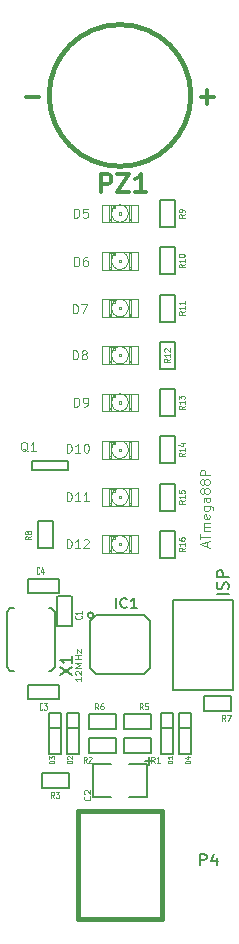
<source format=gto>
G04 (created by PCBNEW (2013-mar-13)-testing) date Sun 16 Jun 2013 12:52:20 AM NZST*
%MOIN*%
G04 Gerber Fmt 3.4, Leading zero omitted, Abs format*
%FSLAX34Y34*%
G01*
G70*
G90*
G04 APERTURE LIST*
%ADD10C,0.005906*%
%ADD11C,0.007874*%
%ADD12C,0.008000*%
%ADD13C,0.005000*%
%ADD14C,0.015000*%
%ADD15C,0.002600*%
%ADD16C,0.004000*%
%ADD17C,0.003937*%
%ADD18C,0.003900*%
%ADD19C,0.012000*%
%ADD20C,0.004500*%
%ADD21C,0.004724*%
%ADD22C,0.004921*%
%ADD23C,0.004300*%
%ADD24C,0.003500*%
G04 APERTURE END LIST*
G54D10*
G54D11*
X30610Y-38976D02*
G75*
G03X30610Y-38976I-98J0D01*
G74*
G01*
X30708Y-38976D02*
X32283Y-38976D01*
X32283Y-38976D02*
X32480Y-39173D01*
X32480Y-39173D02*
X32480Y-40748D01*
X32480Y-40748D02*
X32283Y-40944D01*
X32283Y-40944D02*
X30708Y-40944D01*
X30708Y-40944D02*
X30511Y-40748D01*
X30511Y-40748D02*
X30511Y-39173D01*
X30511Y-39173D02*
X30708Y-38976D01*
G54D12*
X35251Y-38460D02*
X35251Y-41460D01*
X33251Y-41460D02*
X33251Y-38460D01*
X33251Y-38460D02*
X35251Y-38460D01*
X35251Y-41460D02*
X33251Y-41460D01*
G54D13*
X29881Y-39350D02*
X29881Y-38346D01*
X29409Y-38326D02*
X29409Y-39350D01*
X29409Y-39350D02*
X29881Y-39350D01*
X29413Y-38337D02*
X29873Y-38337D01*
X29449Y-41299D02*
X28445Y-41299D01*
X28425Y-41771D02*
X29449Y-41771D01*
X29449Y-41771D02*
X29449Y-41299D01*
X28436Y-41767D02*
X28436Y-41307D01*
X29449Y-37756D02*
X28445Y-37756D01*
X28425Y-38228D02*
X29449Y-38228D01*
X29449Y-38228D02*
X29449Y-37756D01*
X28436Y-38224D02*
X28436Y-37764D01*
G54D14*
X32894Y-45492D02*
X30098Y-45492D01*
X30098Y-45492D02*
X30098Y-49114D01*
X30098Y-49114D02*
X32894Y-49114D01*
X32894Y-49114D02*
X32894Y-45492D01*
X33858Y-21653D02*
G75*
G03X33858Y-21653I-2362J0D01*
G74*
G01*
G54D13*
X32536Y-43557D02*
X31636Y-43557D01*
X31636Y-43557D02*
X31636Y-43057D01*
X31636Y-43057D02*
X32536Y-43057D01*
X32536Y-43057D02*
X32536Y-43557D01*
X30455Y-43057D02*
X31355Y-43057D01*
X31355Y-43057D02*
X31355Y-43557D01*
X31355Y-43557D02*
X30455Y-43557D01*
X30455Y-43557D02*
X30455Y-43057D01*
X29780Y-44738D02*
X28880Y-44738D01*
X28880Y-44738D02*
X28880Y-44238D01*
X28880Y-44238D02*
X29780Y-44238D01*
X29780Y-44238D02*
X29780Y-44738D01*
X31636Y-42269D02*
X32536Y-42269D01*
X32536Y-42269D02*
X32536Y-42769D01*
X32536Y-42769D02*
X31636Y-42769D01*
X31636Y-42769D02*
X31636Y-42269D01*
X31355Y-42769D02*
X30455Y-42769D01*
X30455Y-42769D02*
X30455Y-42269D01*
X30455Y-42269D02*
X31355Y-42269D01*
X31355Y-42269D02*
X31355Y-42769D01*
X34294Y-41659D02*
X35194Y-41659D01*
X35194Y-41659D02*
X35194Y-42159D01*
X35194Y-42159D02*
X34294Y-42159D01*
X34294Y-42159D02*
X34294Y-41659D01*
X29265Y-35849D02*
X29265Y-36749D01*
X29265Y-36749D02*
X28765Y-36749D01*
X28765Y-36749D02*
X28765Y-35849D01*
X28765Y-35849D02*
X29265Y-35849D01*
X33320Y-25140D02*
X33320Y-26040D01*
X33320Y-26040D02*
X32820Y-26040D01*
X32820Y-26040D02*
X32820Y-25140D01*
X32820Y-25140D02*
X33320Y-25140D01*
X33320Y-26715D02*
X33320Y-27615D01*
X33320Y-27615D02*
X32820Y-27615D01*
X32820Y-27615D02*
X32820Y-26715D01*
X32820Y-26715D02*
X33320Y-26715D01*
X33320Y-28290D02*
X33320Y-29190D01*
X33320Y-29190D02*
X32820Y-29190D01*
X32820Y-29190D02*
X32820Y-28290D01*
X32820Y-28290D02*
X33320Y-28290D01*
X33320Y-29864D02*
X33320Y-30764D01*
X33320Y-30764D02*
X32820Y-30764D01*
X32820Y-30764D02*
X32820Y-29864D01*
X32820Y-29864D02*
X33320Y-29864D01*
X33320Y-31439D02*
X33320Y-32339D01*
X33320Y-32339D02*
X32820Y-32339D01*
X32820Y-32339D02*
X32820Y-31439D01*
X32820Y-31439D02*
X33320Y-31439D01*
X33320Y-33014D02*
X33320Y-33914D01*
X33320Y-33914D02*
X32820Y-33914D01*
X32820Y-33914D02*
X32820Y-33014D01*
X32820Y-33014D02*
X33320Y-33014D01*
X33320Y-34589D02*
X33320Y-35489D01*
X33320Y-35489D02*
X32820Y-35489D01*
X32820Y-35489D02*
X32820Y-34589D01*
X32820Y-34589D02*
X33320Y-34589D01*
X33320Y-36164D02*
X33320Y-37064D01*
X33320Y-37064D02*
X32820Y-37064D01*
X32820Y-37064D02*
X32820Y-36164D01*
X32820Y-36164D02*
X33320Y-36164D01*
G54D10*
X27834Y-40826D02*
X27952Y-40826D01*
X27834Y-38740D02*
X27952Y-38740D01*
X29212Y-38740D02*
X29133Y-38740D01*
X29212Y-40826D02*
X29133Y-40826D01*
X29212Y-38740D02*
X29330Y-38858D01*
X29330Y-38858D02*
X29330Y-40708D01*
X29330Y-40708D02*
X29212Y-40826D01*
X27834Y-40826D02*
X27716Y-40708D01*
X27716Y-40708D02*
X27716Y-38858D01*
X27716Y-38858D02*
X27834Y-38740D01*
G54D13*
X29773Y-34126D02*
X28573Y-34126D01*
X28573Y-34126D02*
X28573Y-33826D01*
X28573Y-33826D02*
X29773Y-33826D01*
X29773Y-33826D02*
X29773Y-34126D01*
X32466Y-43718D02*
X32466Y-43988D01*
X32316Y-43848D02*
X32596Y-43848D01*
X32466Y-43748D02*
X32466Y-43718D01*
X31196Y-43938D02*
X30596Y-43938D01*
X30596Y-43938D02*
X30596Y-45038D01*
X30596Y-45038D02*
X31196Y-45038D01*
X31796Y-45038D02*
X32396Y-45038D01*
X32396Y-45038D02*
X32396Y-43938D01*
X32396Y-43938D02*
X31796Y-43938D01*
X29721Y-42753D02*
X30121Y-42753D01*
X29721Y-43613D02*
X29721Y-42233D01*
X29721Y-42233D02*
X30121Y-42233D01*
X30121Y-42233D02*
X30121Y-43613D01*
X30121Y-43613D02*
X29721Y-43613D01*
X29130Y-42753D02*
X29530Y-42753D01*
X29130Y-43613D02*
X29130Y-42233D01*
X29130Y-42233D02*
X29530Y-42233D01*
X29530Y-42233D02*
X29530Y-43613D01*
X29530Y-43613D02*
X29130Y-43613D01*
X32870Y-42753D02*
X33270Y-42753D01*
X32870Y-43613D02*
X32870Y-42233D01*
X32870Y-42233D02*
X33270Y-42233D01*
X33270Y-42233D02*
X33270Y-43613D01*
X33270Y-43613D02*
X32870Y-43613D01*
X33461Y-42753D02*
X33861Y-42753D01*
X33461Y-43613D02*
X33461Y-42233D01*
X33461Y-42233D02*
X33861Y-42233D01*
X33861Y-42233D02*
X33861Y-43613D01*
X33861Y-43613D02*
X33461Y-43613D01*
G54D15*
X31535Y-36575D02*
X31457Y-36575D01*
X31457Y-36575D02*
X31457Y-36653D01*
X31535Y-36653D02*
X31457Y-36653D01*
X31535Y-36575D02*
X31535Y-36653D01*
X31319Y-36339D02*
X31182Y-36339D01*
X31182Y-36339D02*
X31182Y-36437D01*
X31319Y-36437D02*
X31182Y-36437D01*
X31319Y-36339D02*
X31319Y-36437D01*
X31182Y-36339D02*
X31142Y-36339D01*
X31142Y-36339D02*
X31142Y-36810D01*
X31182Y-36810D02*
X31142Y-36810D01*
X31182Y-36339D02*
X31182Y-36810D01*
X31182Y-36830D02*
X31142Y-36830D01*
X31142Y-36830D02*
X31142Y-36889D01*
X31182Y-36889D02*
X31142Y-36889D01*
X31182Y-36830D02*
X31182Y-36889D01*
X31850Y-36339D02*
X31810Y-36339D01*
X31810Y-36339D02*
X31810Y-36810D01*
X31850Y-36810D02*
X31810Y-36810D01*
X31850Y-36339D02*
X31850Y-36810D01*
X31850Y-36830D02*
X31810Y-36830D01*
X31810Y-36830D02*
X31810Y-36889D01*
X31850Y-36889D02*
X31810Y-36889D01*
X31850Y-36830D02*
X31850Y-36889D01*
X31319Y-36339D02*
X31260Y-36339D01*
X31260Y-36339D02*
X31260Y-36437D01*
X31319Y-36437D02*
X31260Y-36437D01*
X31319Y-36339D02*
X31319Y-36437D01*
G54D16*
X30886Y-36319D02*
X32106Y-36319D01*
X32106Y-36319D02*
X32106Y-36909D01*
X32106Y-36909D02*
X30886Y-36909D01*
X30886Y-36909D02*
X30886Y-36319D01*
X31711Y-36417D02*
G75*
G03X31280Y-36418I-215J-196D01*
G74*
G01*
X31711Y-36810D02*
G75*
G03X31712Y-36418I-215J196D01*
G74*
G01*
X31280Y-36810D02*
G75*
G03X31712Y-36810I215J196D01*
G74*
G01*
X31280Y-36417D02*
G75*
G03X31280Y-36810I215J-196D01*
G74*
G01*
G54D15*
X31535Y-35000D02*
X31457Y-35000D01*
X31457Y-35000D02*
X31457Y-35078D01*
X31535Y-35078D02*
X31457Y-35078D01*
X31535Y-35000D02*
X31535Y-35078D01*
X31319Y-34764D02*
X31182Y-34764D01*
X31182Y-34764D02*
X31182Y-34862D01*
X31319Y-34862D02*
X31182Y-34862D01*
X31319Y-34764D02*
X31319Y-34862D01*
X31182Y-34764D02*
X31142Y-34764D01*
X31142Y-34764D02*
X31142Y-35235D01*
X31182Y-35235D02*
X31142Y-35235D01*
X31182Y-34764D02*
X31182Y-35235D01*
X31182Y-35255D02*
X31142Y-35255D01*
X31142Y-35255D02*
X31142Y-35314D01*
X31182Y-35314D02*
X31142Y-35314D01*
X31182Y-35255D02*
X31182Y-35314D01*
X31850Y-34764D02*
X31810Y-34764D01*
X31810Y-34764D02*
X31810Y-35235D01*
X31850Y-35235D02*
X31810Y-35235D01*
X31850Y-34764D02*
X31850Y-35235D01*
X31850Y-35255D02*
X31810Y-35255D01*
X31810Y-35255D02*
X31810Y-35314D01*
X31850Y-35314D02*
X31810Y-35314D01*
X31850Y-35255D02*
X31850Y-35314D01*
X31319Y-34764D02*
X31260Y-34764D01*
X31260Y-34764D02*
X31260Y-34862D01*
X31319Y-34862D02*
X31260Y-34862D01*
X31319Y-34764D02*
X31319Y-34862D01*
G54D16*
X30886Y-34744D02*
X32106Y-34744D01*
X32106Y-34744D02*
X32106Y-35334D01*
X32106Y-35334D02*
X30886Y-35334D01*
X30886Y-35334D02*
X30886Y-34744D01*
X31711Y-34842D02*
G75*
G03X31280Y-34843I-215J-196D01*
G74*
G01*
X31711Y-35235D02*
G75*
G03X31712Y-34843I-215J196D01*
G74*
G01*
X31280Y-35235D02*
G75*
G03X31712Y-35235I215J196D01*
G74*
G01*
X31280Y-34843D02*
G75*
G03X31280Y-35235I215J-196D01*
G74*
G01*
G54D15*
X31535Y-33425D02*
X31457Y-33425D01*
X31457Y-33425D02*
X31457Y-33503D01*
X31535Y-33503D02*
X31457Y-33503D01*
X31535Y-33425D02*
X31535Y-33503D01*
X31319Y-33189D02*
X31182Y-33189D01*
X31182Y-33189D02*
X31182Y-33287D01*
X31319Y-33287D02*
X31182Y-33287D01*
X31319Y-33189D02*
X31319Y-33287D01*
X31182Y-33189D02*
X31142Y-33189D01*
X31142Y-33189D02*
X31142Y-33660D01*
X31182Y-33660D02*
X31142Y-33660D01*
X31182Y-33189D02*
X31182Y-33660D01*
X31182Y-33680D02*
X31142Y-33680D01*
X31142Y-33680D02*
X31142Y-33739D01*
X31182Y-33739D02*
X31142Y-33739D01*
X31182Y-33680D02*
X31182Y-33739D01*
X31850Y-33189D02*
X31810Y-33189D01*
X31810Y-33189D02*
X31810Y-33660D01*
X31850Y-33660D02*
X31810Y-33660D01*
X31850Y-33189D02*
X31850Y-33660D01*
X31850Y-33680D02*
X31810Y-33680D01*
X31810Y-33680D02*
X31810Y-33739D01*
X31850Y-33739D02*
X31810Y-33739D01*
X31850Y-33680D02*
X31850Y-33739D01*
X31319Y-33189D02*
X31260Y-33189D01*
X31260Y-33189D02*
X31260Y-33287D01*
X31319Y-33287D02*
X31260Y-33287D01*
X31319Y-33189D02*
X31319Y-33287D01*
G54D16*
X30886Y-33169D02*
X32106Y-33169D01*
X32106Y-33169D02*
X32106Y-33759D01*
X32106Y-33759D02*
X30886Y-33759D01*
X30886Y-33759D02*
X30886Y-33169D01*
X31711Y-33267D02*
G75*
G03X31280Y-33268I-215J-196D01*
G74*
G01*
X31711Y-33660D02*
G75*
G03X31712Y-33268I-215J196D01*
G74*
G01*
X31280Y-33661D02*
G75*
G03X31712Y-33660I215J196D01*
G74*
G01*
X31280Y-33268D02*
G75*
G03X31280Y-33660I215J-196D01*
G74*
G01*
G54D15*
X31535Y-31850D02*
X31457Y-31850D01*
X31457Y-31850D02*
X31457Y-31928D01*
X31535Y-31928D02*
X31457Y-31928D01*
X31535Y-31850D02*
X31535Y-31928D01*
X31319Y-31614D02*
X31182Y-31614D01*
X31182Y-31614D02*
X31182Y-31712D01*
X31319Y-31712D02*
X31182Y-31712D01*
X31319Y-31614D02*
X31319Y-31712D01*
X31182Y-31614D02*
X31142Y-31614D01*
X31142Y-31614D02*
X31142Y-32085D01*
X31182Y-32085D02*
X31142Y-32085D01*
X31182Y-31614D02*
X31182Y-32085D01*
X31182Y-32105D02*
X31142Y-32105D01*
X31142Y-32105D02*
X31142Y-32164D01*
X31182Y-32164D02*
X31142Y-32164D01*
X31182Y-32105D02*
X31182Y-32164D01*
X31850Y-31614D02*
X31810Y-31614D01*
X31810Y-31614D02*
X31810Y-32085D01*
X31850Y-32085D02*
X31810Y-32085D01*
X31850Y-31614D02*
X31850Y-32085D01*
X31850Y-32105D02*
X31810Y-32105D01*
X31810Y-32105D02*
X31810Y-32164D01*
X31850Y-32164D02*
X31810Y-32164D01*
X31850Y-32105D02*
X31850Y-32164D01*
X31319Y-31614D02*
X31260Y-31614D01*
X31260Y-31614D02*
X31260Y-31712D01*
X31319Y-31712D02*
X31260Y-31712D01*
X31319Y-31614D02*
X31319Y-31712D01*
G54D16*
X30886Y-31594D02*
X32106Y-31594D01*
X32106Y-31594D02*
X32106Y-32184D01*
X32106Y-32184D02*
X30886Y-32184D01*
X30886Y-32184D02*
X30886Y-31594D01*
X31711Y-31693D02*
G75*
G03X31280Y-31693I-215J-196D01*
G74*
G01*
X31711Y-32085D02*
G75*
G03X31712Y-31693I-215J196D01*
G74*
G01*
X31280Y-32086D02*
G75*
G03X31712Y-32085I215J196D01*
G74*
G01*
X31280Y-31693D02*
G75*
G03X31280Y-32085I215J-196D01*
G74*
G01*
G54D15*
X31535Y-30275D02*
X31457Y-30275D01*
X31457Y-30275D02*
X31457Y-30353D01*
X31535Y-30353D02*
X31457Y-30353D01*
X31535Y-30275D02*
X31535Y-30353D01*
X31319Y-30039D02*
X31182Y-30039D01*
X31182Y-30039D02*
X31182Y-30137D01*
X31319Y-30137D02*
X31182Y-30137D01*
X31319Y-30039D02*
X31319Y-30137D01*
X31182Y-30039D02*
X31142Y-30039D01*
X31142Y-30039D02*
X31142Y-30510D01*
X31182Y-30510D02*
X31142Y-30510D01*
X31182Y-30039D02*
X31182Y-30510D01*
X31182Y-30530D02*
X31142Y-30530D01*
X31142Y-30530D02*
X31142Y-30589D01*
X31182Y-30589D02*
X31142Y-30589D01*
X31182Y-30530D02*
X31182Y-30589D01*
X31850Y-30039D02*
X31810Y-30039D01*
X31810Y-30039D02*
X31810Y-30510D01*
X31850Y-30510D02*
X31810Y-30510D01*
X31850Y-30039D02*
X31850Y-30510D01*
X31850Y-30530D02*
X31810Y-30530D01*
X31810Y-30530D02*
X31810Y-30589D01*
X31850Y-30589D02*
X31810Y-30589D01*
X31850Y-30530D02*
X31850Y-30589D01*
X31319Y-30039D02*
X31260Y-30039D01*
X31260Y-30039D02*
X31260Y-30137D01*
X31319Y-30137D02*
X31260Y-30137D01*
X31319Y-30039D02*
X31319Y-30137D01*
G54D16*
X30886Y-30019D02*
X32106Y-30019D01*
X32106Y-30019D02*
X32106Y-30609D01*
X32106Y-30609D02*
X30886Y-30609D01*
X30886Y-30609D02*
X30886Y-30019D01*
X31711Y-30118D02*
G75*
G03X31280Y-30118I-215J-196D01*
G74*
G01*
X31711Y-30511D02*
G75*
G03X31712Y-30118I-215J196D01*
G74*
G01*
X31280Y-30511D02*
G75*
G03X31712Y-30510I215J196D01*
G74*
G01*
X31280Y-30118D02*
G75*
G03X31280Y-30510I215J-196D01*
G74*
G01*
G54D15*
X31535Y-28701D02*
X31457Y-28701D01*
X31457Y-28701D02*
X31457Y-28779D01*
X31535Y-28779D02*
X31457Y-28779D01*
X31535Y-28701D02*
X31535Y-28779D01*
X31319Y-28465D02*
X31182Y-28465D01*
X31182Y-28465D02*
X31182Y-28563D01*
X31319Y-28563D02*
X31182Y-28563D01*
X31319Y-28465D02*
X31319Y-28563D01*
X31182Y-28465D02*
X31142Y-28465D01*
X31142Y-28465D02*
X31142Y-28936D01*
X31182Y-28936D02*
X31142Y-28936D01*
X31182Y-28465D02*
X31182Y-28936D01*
X31182Y-28956D02*
X31142Y-28956D01*
X31142Y-28956D02*
X31142Y-29015D01*
X31182Y-29015D02*
X31142Y-29015D01*
X31182Y-28956D02*
X31182Y-29015D01*
X31850Y-28465D02*
X31810Y-28465D01*
X31810Y-28465D02*
X31810Y-28936D01*
X31850Y-28936D02*
X31810Y-28936D01*
X31850Y-28465D02*
X31850Y-28936D01*
X31850Y-28956D02*
X31810Y-28956D01*
X31810Y-28956D02*
X31810Y-29015D01*
X31850Y-29015D02*
X31810Y-29015D01*
X31850Y-28956D02*
X31850Y-29015D01*
X31319Y-28465D02*
X31260Y-28465D01*
X31260Y-28465D02*
X31260Y-28563D01*
X31319Y-28563D02*
X31260Y-28563D01*
X31319Y-28465D02*
X31319Y-28563D01*
G54D16*
X30886Y-28445D02*
X32106Y-28445D01*
X32106Y-28445D02*
X32106Y-29035D01*
X32106Y-29035D02*
X30886Y-29035D01*
X30886Y-29035D02*
X30886Y-28445D01*
X31711Y-28543D02*
G75*
G03X31280Y-28544I-215J-196D01*
G74*
G01*
X31711Y-28936D02*
G75*
G03X31712Y-28544I-215J196D01*
G74*
G01*
X31280Y-28936D02*
G75*
G03X31712Y-28936I215J196D01*
G74*
G01*
X31280Y-28543D02*
G75*
G03X31280Y-28936I215J-196D01*
G74*
G01*
G54D15*
X31535Y-27126D02*
X31457Y-27126D01*
X31457Y-27126D02*
X31457Y-27204D01*
X31535Y-27204D02*
X31457Y-27204D01*
X31535Y-27126D02*
X31535Y-27204D01*
X31319Y-26890D02*
X31182Y-26890D01*
X31182Y-26890D02*
X31182Y-26988D01*
X31319Y-26988D02*
X31182Y-26988D01*
X31319Y-26890D02*
X31319Y-26988D01*
X31182Y-26890D02*
X31142Y-26890D01*
X31142Y-26890D02*
X31142Y-27361D01*
X31182Y-27361D02*
X31142Y-27361D01*
X31182Y-26890D02*
X31182Y-27361D01*
X31182Y-27381D02*
X31142Y-27381D01*
X31142Y-27381D02*
X31142Y-27440D01*
X31182Y-27440D02*
X31142Y-27440D01*
X31182Y-27381D02*
X31182Y-27440D01*
X31850Y-26890D02*
X31810Y-26890D01*
X31810Y-26890D02*
X31810Y-27361D01*
X31850Y-27361D02*
X31810Y-27361D01*
X31850Y-26890D02*
X31850Y-27361D01*
X31850Y-27381D02*
X31810Y-27381D01*
X31810Y-27381D02*
X31810Y-27440D01*
X31850Y-27440D02*
X31810Y-27440D01*
X31850Y-27381D02*
X31850Y-27440D01*
X31319Y-26890D02*
X31260Y-26890D01*
X31260Y-26890D02*
X31260Y-26988D01*
X31319Y-26988D02*
X31260Y-26988D01*
X31319Y-26890D02*
X31319Y-26988D01*
G54D16*
X30886Y-26870D02*
X32106Y-26870D01*
X32106Y-26870D02*
X32106Y-27460D01*
X32106Y-27460D02*
X30886Y-27460D01*
X30886Y-27460D02*
X30886Y-26870D01*
X31711Y-26968D02*
G75*
G03X31280Y-26969I-215J-196D01*
G74*
G01*
X31711Y-27361D02*
G75*
G03X31712Y-26969I-215J196D01*
G74*
G01*
X31280Y-27361D02*
G75*
G03X31712Y-27361I215J196D01*
G74*
G01*
X31280Y-26969D02*
G75*
G03X31280Y-27361I215J-196D01*
G74*
G01*
G54D15*
X31535Y-25551D02*
X31457Y-25551D01*
X31457Y-25551D02*
X31457Y-25629D01*
X31535Y-25629D02*
X31457Y-25629D01*
X31535Y-25551D02*
X31535Y-25629D01*
X31319Y-25315D02*
X31182Y-25315D01*
X31182Y-25315D02*
X31182Y-25413D01*
X31319Y-25413D02*
X31182Y-25413D01*
X31319Y-25315D02*
X31319Y-25413D01*
X31182Y-25315D02*
X31142Y-25315D01*
X31142Y-25315D02*
X31142Y-25786D01*
X31182Y-25786D02*
X31142Y-25786D01*
X31182Y-25315D02*
X31182Y-25786D01*
X31182Y-25806D02*
X31142Y-25806D01*
X31142Y-25806D02*
X31142Y-25865D01*
X31182Y-25865D02*
X31142Y-25865D01*
X31182Y-25806D02*
X31182Y-25865D01*
X31850Y-25315D02*
X31810Y-25315D01*
X31810Y-25315D02*
X31810Y-25786D01*
X31850Y-25786D02*
X31810Y-25786D01*
X31850Y-25315D02*
X31850Y-25786D01*
X31850Y-25806D02*
X31810Y-25806D01*
X31810Y-25806D02*
X31810Y-25865D01*
X31850Y-25865D02*
X31810Y-25865D01*
X31850Y-25806D02*
X31850Y-25865D01*
X31319Y-25315D02*
X31260Y-25315D01*
X31260Y-25315D02*
X31260Y-25413D01*
X31319Y-25413D02*
X31260Y-25413D01*
X31319Y-25315D02*
X31319Y-25413D01*
G54D16*
X30886Y-25295D02*
X32106Y-25295D01*
X32106Y-25295D02*
X32106Y-25885D01*
X32106Y-25885D02*
X30886Y-25885D01*
X30886Y-25885D02*
X30886Y-25295D01*
X31711Y-25393D02*
G75*
G03X31280Y-25394I-215J-196D01*
G74*
G01*
X31711Y-25786D02*
G75*
G03X31712Y-25394I-215J196D01*
G74*
G01*
X31280Y-25787D02*
G75*
G03X31712Y-25786I215J196D01*
G74*
G01*
X31280Y-25394D02*
G75*
G03X31280Y-25786I215J-196D01*
G74*
G01*
G54D11*
X31347Y-38725D02*
X31347Y-38410D01*
X31718Y-38695D02*
X31701Y-38710D01*
X31650Y-38725D01*
X31616Y-38725D01*
X31566Y-38710D01*
X31532Y-38680D01*
X31515Y-38650D01*
X31498Y-38590D01*
X31498Y-38545D01*
X31515Y-38485D01*
X31532Y-38455D01*
X31566Y-38425D01*
X31616Y-38410D01*
X31650Y-38410D01*
X31701Y-38425D01*
X31718Y-38440D01*
X32055Y-38725D02*
X31853Y-38725D01*
X31954Y-38725D02*
X31954Y-38410D01*
X31920Y-38455D01*
X31886Y-38485D01*
X31853Y-38500D01*
G54D17*
X34402Y-36695D02*
X34402Y-36545D01*
X34492Y-36725D02*
X34177Y-36620D01*
X34492Y-36515D01*
X34177Y-36455D02*
X34177Y-36275D01*
X34492Y-36365D02*
X34177Y-36365D01*
X34492Y-36170D02*
X34282Y-36170D01*
X34312Y-36170D02*
X34297Y-36155D01*
X34282Y-36125D01*
X34282Y-36080D01*
X34297Y-36050D01*
X34327Y-36035D01*
X34492Y-36035D01*
X34327Y-36035D02*
X34297Y-36020D01*
X34282Y-35990D01*
X34282Y-35945D01*
X34297Y-35915D01*
X34327Y-35900D01*
X34492Y-35900D01*
X34477Y-35630D02*
X34492Y-35660D01*
X34492Y-35720D01*
X34477Y-35750D01*
X34447Y-35765D01*
X34327Y-35765D01*
X34297Y-35750D01*
X34282Y-35720D01*
X34282Y-35660D01*
X34297Y-35630D01*
X34327Y-35615D01*
X34357Y-35615D01*
X34387Y-35765D01*
X34282Y-35345D02*
X34537Y-35345D01*
X34567Y-35360D01*
X34582Y-35375D01*
X34597Y-35405D01*
X34597Y-35450D01*
X34582Y-35480D01*
X34477Y-35345D02*
X34492Y-35375D01*
X34492Y-35435D01*
X34477Y-35465D01*
X34462Y-35480D01*
X34432Y-35495D01*
X34342Y-35495D01*
X34312Y-35480D01*
X34297Y-35465D01*
X34282Y-35435D01*
X34282Y-35375D01*
X34297Y-35345D01*
X34492Y-35060D02*
X34327Y-35060D01*
X34297Y-35075D01*
X34282Y-35105D01*
X34282Y-35165D01*
X34297Y-35195D01*
X34477Y-35060D02*
X34492Y-35090D01*
X34492Y-35165D01*
X34477Y-35195D01*
X34447Y-35210D01*
X34417Y-35210D01*
X34387Y-35195D01*
X34372Y-35165D01*
X34372Y-35090D01*
X34357Y-35060D01*
X34312Y-34865D02*
X34297Y-34895D01*
X34282Y-34910D01*
X34252Y-34925D01*
X34237Y-34925D01*
X34207Y-34910D01*
X34192Y-34895D01*
X34177Y-34865D01*
X34177Y-34805D01*
X34192Y-34775D01*
X34207Y-34760D01*
X34237Y-34745D01*
X34252Y-34745D01*
X34282Y-34760D01*
X34297Y-34775D01*
X34312Y-34805D01*
X34312Y-34865D01*
X34327Y-34895D01*
X34342Y-34910D01*
X34372Y-34925D01*
X34432Y-34925D01*
X34462Y-34910D01*
X34477Y-34895D01*
X34492Y-34865D01*
X34492Y-34805D01*
X34477Y-34775D01*
X34462Y-34760D01*
X34432Y-34745D01*
X34372Y-34745D01*
X34342Y-34760D01*
X34327Y-34775D01*
X34312Y-34805D01*
X34312Y-34565D02*
X34297Y-34595D01*
X34282Y-34610D01*
X34252Y-34625D01*
X34237Y-34625D01*
X34207Y-34610D01*
X34192Y-34595D01*
X34177Y-34565D01*
X34177Y-34505D01*
X34192Y-34476D01*
X34207Y-34461D01*
X34237Y-34446D01*
X34252Y-34446D01*
X34282Y-34461D01*
X34297Y-34476D01*
X34312Y-34505D01*
X34312Y-34565D01*
X34327Y-34595D01*
X34342Y-34610D01*
X34372Y-34625D01*
X34432Y-34625D01*
X34462Y-34610D01*
X34477Y-34595D01*
X34492Y-34565D01*
X34492Y-34505D01*
X34477Y-34476D01*
X34462Y-34461D01*
X34432Y-34446D01*
X34372Y-34446D01*
X34342Y-34461D01*
X34327Y-34476D01*
X34312Y-34505D01*
X34492Y-34311D02*
X34177Y-34311D01*
X34177Y-34191D01*
X34192Y-34161D01*
X34207Y-34146D01*
X34237Y-34131D01*
X34282Y-34131D01*
X34312Y-34146D01*
X34327Y-34161D01*
X34342Y-34191D01*
X34342Y-34311D01*
G54D12*
X35121Y-38284D02*
X34721Y-38284D01*
X35102Y-38112D02*
X35121Y-38055D01*
X35121Y-37960D01*
X35102Y-37922D01*
X35083Y-37903D01*
X35045Y-37884D01*
X35007Y-37884D01*
X34969Y-37903D01*
X34950Y-37922D01*
X34931Y-37960D01*
X34912Y-38036D01*
X34893Y-38074D01*
X34874Y-38093D01*
X34836Y-38112D01*
X34798Y-38112D01*
X34759Y-38093D01*
X34740Y-38074D01*
X34721Y-38036D01*
X34721Y-37941D01*
X34740Y-37884D01*
X35121Y-37712D02*
X34721Y-37712D01*
X34721Y-37560D01*
X34740Y-37522D01*
X34759Y-37503D01*
X34798Y-37484D01*
X34855Y-37484D01*
X34893Y-37503D01*
X34912Y-37522D01*
X34931Y-37560D01*
X34931Y-37712D01*
G54D18*
X30204Y-39002D02*
X30215Y-39010D01*
X30227Y-39032D01*
X30227Y-39047D01*
X30215Y-39069D01*
X30192Y-39084D01*
X30169Y-39092D01*
X30123Y-39099D01*
X30089Y-39099D01*
X30043Y-39092D01*
X30020Y-39084D01*
X29997Y-39069D01*
X29986Y-39047D01*
X29986Y-39032D01*
X29997Y-39010D01*
X30009Y-39002D01*
X30227Y-38853D02*
X30227Y-38942D01*
X30227Y-38897D02*
X29986Y-38897D01*
X30020Y-38912D01*
X30043Y-38927D01*
X30054Y-38942D01*
X28910Y-42113D02*
X28903Y-42125D01*
X28880Y-42136D01*
X28865Y-42136D01*
X28843Y-42125D01*
X28828Y-42102D01*
X28821Y-42079D01*
X28813Y-42033D01*
X28813Y-41998D01*
X28821Y-41952D01*
X28828Y-41930D01*
X28843Y-41907D01*
X28865Y-41895D01*
X28880Y-41895D01*
X28903Y-41907D01*
X28910Y-41918D01*
X28963Y-41895D02*
X29060Y-41895D01*
X29008Y-41987D01*
X29030Y-41987D01*
X29045Y-41998D01*
X29052Y-42010D01*
X29060Y-42033D01*
X29060Y-42090D01*
X29052Y-42113D01*
X29045Y-42125D01*
X29030Y-42136D01*
X28985Y-42136D01*
X28970Y-42125D01*
X28963Y-42113D01*
X28812Y-37586D02*
X28804Y-37597D01*
X28782Y-37609D01*
X28767Y-37609D01*
X28745Y-37597D01*
X28730Y-37574D01*
X28722Y-37551D01*
X28715Y-37505D01*
X28715Y-37471D01*
X28722Y-37425D01*
X28730Y-37402D01*
X28745Y-37379D01*
X28767Y-37368D01*
X28782Y-37368D01*
X28804Y-37379D01*
X28812Y-37390D01*
X28946Y-37448D02*
X28946Y-37609D01*
X28909Y-37356D02*
X28872Y-37528D01*
X28969Y-37528D01*
G54D11*
X34158Y-47305D02*
X34158Y-46951D01*
X34308Y-46951D01*
X34345Y-46968D01*
X34364Y-46985D01*
X34383Y-47019D01*
X34383Y-47069D01*
X34364Y-47103D01*
X34345Y-47120D01*
X34308Y-47137D01*
X34158Y-47137D01*
X34720Y-47069D02*
X34720Y-47305D01*
X34626Y-46934D02*
X34533Y-47187D01*
X34776Y-47187D01*
G54D19*
X30865Y-24877D02*
X30865Y-24277D01*
X31094Y-24277D01*
X31151Y-24306D01*
X31180Y-24334D01*
X31208Y-24392D01*
X31208Y-24477D01*
X31180Y-24534D01*
X31151Y-24563D01*
X31094Y-24592D01*
X30865Y-24592D01*
X31408Y-24277D02*
X31808Y-24277D01*
X31408Y-24877D01*
X31808Y-24877D01*
X32351Y-24877D02*
X32008Y-24877D01*
X32180Y-24877D02*
X32180Y-24277D01*
X32123Y-24363D01*
X32065Y-24420D01*
X32008Y-24449D01*
X28354Y-21696D02*
X28811Y-21696D01*
X34180Y-21696D02*
X34637Y-21696D01*
X34409Y-21924D02*
X34409Y-21467D01*
G54D20*
X32647Y-43889D02*
X32587Y-43794D01*
X32544Y-43889D02*
X32544Y-43689D01*
X32612Y-43689D01*
X32630Y-43699D01*
X32638Y-43708D01*
X32647Y-43727D01*
X32647Y-43756D01*
X32638Y-43775D01*
X32630Y-43784D01*
X32612Y-43794D01*
X32544Y-43794D01*
X32818Y-43889D02*
X32715Y-43889D01*
X32767Y-43889D02*
X32767Y-43689D01*
X32750Y-43718D01*
X32732Y-43737D01*
X32715Y-43746D01*
X30383Y-43889D02*
X30323Y-43794D01*
X30280Y-43889D02*
X30280Y-43689D01*
X30349Y-43689D01*
X30366Y-43699D01*
X30374Y-43708D01*
X30383Y-43727D01*
X30383Y-43756D01*
X30374Y-43775D01*
X30366Y-43784D01*
X30349Y-43794D01*
X30280Y-43794D01*
X30451Y-43708D02*
X30460Y-43699D01*
X30477Y-43689D01*
X30520Y-43689D01*
X30537Y-43699D01*
X30546Y-43708D01*
X30554Y-43727D01*
X30554Y-43746D01*
X30546Y-43775D01*
X30443Y-43889D01*
X30554Y-43889D01*
X29300Y-45070D02*
X29240Y-44975D01*
X29197Y-45070D02*
X29197Y-44870D01*
X29266Y-44870D01*
X29283Y-44880D01*
X29292Y-44889D01*
X29300Y-44908D01*
X29300Y-44937D01*
X29292Y-44956D01*
X29283Y-44966D01*
X29266Y-44975D01*
X29197Y-44975D01*
X29360Y-44870D02*
X29472Y-44870D01*
X29412Y-44946D01*
X29437Y-44946D01*
X29454Y-44956D01*
X29463Y-44966D01*
X29472Y-44985D01*
X29472Y-45032D01*
X29463Y-45051D01*
X29454Y-45061D01*
X29437Y-45070D01*
X29386Y-45070D01*
X29369Y-45061D01*
X29360Y-45051D01*
X32253Y-42118D02*
X32193Y-42022D01*
X32150Y-42118D02*
X32150Y-41918D01*
X32219Y-41918D01*
X32236Y-41927D01*
X32244Y-41937D01*
X32253Y-41956D01*
X32253Y-41984D01*
X32244Y-42003D01*
X32236Y-42013D01*
X32219Y-42022D01*
X32150Y-42022D01*
X32416Y-41918D02*
X32330Y-41918D01*
X32322Y-42013D01*
X32330Y-42003D01*
X32347Y-41994D01*
X32390Y-41994D01*
X32407Y-42003D01*
X32416Y-42013D01*
X32424Y-42032D01*
X32424Y-42079D01*
X32416Y-42098D01*
X32407Y-42108D01*
X32390Y-42118D01*
X32347Y-42118D01*
X32330Y-42108D01*
X32322Y-42098D01*
X30777Y-42118D02*
X30717Y-42022D01*
X30674Y-42118D02*
X30674Y-41918D01*
X30742Y-41918D01*
X30759Y-41927D01*
X30768Y-41937D01*
X30777Y-41956D01*
X30777Y-41984D01*
X30768Y-42003D01*
X30759Y-42013D01*
X30742Y-42022D01*
X30674Y-42022D01*
X30931Y-41918D02*
X30897Y-41918D01*
X30879Y-41927D01*
X30871Y-41937D01*
X30854Y-41965D01*
X30845Y-42003D01*
X30845Y-42079D01*
X30854Y-42098D01*
X30862Y-42108D01*
X30879Y-42118D01*
X30914Y-42118D01*
X30931Y-42108D01*
X30939Y-42098D01*
X30948Y-42079D01*
X30948Y-42032D01*
X30939Y-42013D01*
X30931Y-42003D01*
X30914Y-41994D01*
X30879Y-41994D01*
X30862Y-42003D01*
X30854Y-42013D01*
X30845Y-42032D01*
X35009Y-42511D02*
X34949Y-42416D01*
X34906Y-42511D02*
X34906Y-42311D01*
X34975Y-42311D01*
X34992Y-42321D01*
X35000Y-42330D01*
X35009Y-42349D01*
X35009Y-42378D01*
X35000Y-42397D01*
X34992Y-42406D01*
X34975Y-42416D01*
X34906Y-42416D01*
X35069Y-42311D02*
X35189Y-42311D01*
X35112Y-42511D01*
X28535Y-36348D02*
X28440Y-36408D01*
X28535Y-36451D02*
X28335Y-36451D01*
X28335Y-36383D01*
X28344Y-36366D01*
X28354Y-36357D01*
X28373Y-36348D01*
X28402Y-36348D01*
X28421Y-36357D01*
X28430Y-36366D01*
X28440Y-36383D01*
X28440Y-36451D01*
X28421Y-36246D02*
X28411Y-36263D01*
X28402Y-36271D01*
X28382Y-36280D01*
X28373Y-36280D01*
X28354Y-36271D01*
X28344Y-36263D01*
X28335Y-36246D01*
X28335Y-36211D01*
X28344Y-36194D01*
X28354Y-36186D01*
X28373Y-36177D01*
X28382Y-36177D01*
X28402Y-36186D01*
X28411Y-36194D01*
X28421Y-36211D01*
X28421Y-36246D01*
X28430Y-36263D01*
X28440Y-36271D01*
X28459Y-36280D01*
X28497Y-36280D01*
X28516Y-36271D01*
X28525Y-36263D01*
X28535Y-36246D01*
X28535Y-36211D01*
X28525Y-36194D01*
X28516Y-36186D01*
X28497Y-36177D01*
X28459Y-36177D01*
X28440Y-36186D01*
X28430Y-36194D01*
X28421Y-36211D01*
X33653Y-25620D02*
X33558Y-25680D01*
X33653Y-25723D02*
X33453Y-25723D01*
X33453Y-25654D01*
X33462Y-25637D01*
X33472Y-25629D01*
X33491Y-25620D01*
X33520Y-25620D01*
X33539Y-25629D01*
X33548Y-25637D01*
X33558Y-25654D01*
X33558Y-25723D01*
X33653Y-25534D02*
X33653Y-25500D01*
X33643Y-25483D01*
X33634Y-25474D01*
X33605Y-25457D01*
X33567Y-25449D01*
X33491Y-25449D01*
X33472Y-25457D01*
X33462Y-25466D01*
X33453Y-25483D01*
X33453Y-25517D01*
X33462Y-25534D01*
X33472Y-25543D01*
X33491Y-25551D01*
X33539Y-25551D01*
X33558Y-25543D01*
X33567Y-25534D01*
X33577Y-25517D01*
X33577Y-25483D01*
X33567Y-25466D01*
X33558Y-25457D01*
X33539Y-25449D01*
X33653Y-27281D02*
X33558Y-27341D01*
X33653Y-27383D02*
X33453Y-27383D01*
X33453Y-27315D01*
X33462Y-27298D01*
X33472Y-27289D01*
X33491Y-27281D01*
X33520Y-27281D01*
X33539Y-27289D01*
X33548Y-27298D01*
X33558Y-27315D01*
X33558Y-27383D01*
X33653Y-27109D02*
X33653Y-27212D01*
X33653Y-27161D02*
X33453Y-27161D01*
X33482Y-27178D01*
X33501Y-27195D01*
X33510Y-27212D01*
X33453Y-26998D02*
X33453Y-26981D01*
X33462Y-26963D01*
X33472Y-26955D01*
X33491Y-26946D01*
X33529Y-26938D01*
X33577Y-26938D01*
X33615Y-26946D01*
X33634Y-26955D01*
X33643Y-26963D01*
X33653Y-26981D01*
X33653Y-26998D01*
X33643Y-27015D01*
X33634Y-27023D01*
X33615Y-27032D01*
X33577Y-27041D01*
X33529Y-27041D01*
X33491Y-27032D01*
X33472Y-27023D01*
X33462Y-27015D01*
X33453Y-26998D01*
X33653Y-28855D02*
X33558Y-28915D01*
X33653Y-28958D02*
X33453Y-28958D01*
X33453Y-28890D01*
X33462Y-28873D01*
X33472Y-28864D01*
X33491Y-28855D01*
X33520Y-28855D01*
X33539Y-28864D01*
X33548Y-28873D01*
X33558Y-28890D01*
X33558Y-28958D01*
X33653Y-28684D02*
X33653Y-28787D01*
X33653Y-28735D02*
X33453Y-28735D01*
X33482Y-28753D01*
X33501Y-28770D01*
X33510Y-28787D01*
X33653Y-28513D02*
X33653Y-28615D01*
X33653Y-28564D02*
X33453Y-28564D01*
X33482Y-28581D01*
X33501Y-28598D01*
X33510Y-28615D01*
X33161Y-30430D02*
X33066Y-30490D01*
X33161Y-30533D02*
X32961Y-30533D01*
X32961Y-30464D01*
X32970Y-30447D01*
X32980Y-30439D01*
X32999Y-30430D01*
X33028Y-30430D01*
X33047Y-30439D01*
X33056Y-30447D01*
X33066Y-30464D01*
X33066Y-30533D01*
X33161Y-30259D02*
X33161Y-30362D01*
X33161Y-30310D02*
X32961Y-30310D01*
X32989Y-30327D01*
X33008Y-30344D01*
X33018Y-30362D01*
X32980Y-30190D02*
X32970Y-30182D01*
X32961Y-30164D01*
X32961Y-30122D01*
X32970Y-30104D01*
X32980Y-30096D01*
X32999Y-30087D01*
X33018Y-30087D01*
X33047Y-30096D01*
X33161Y-30199D01*
X33161Y-30087D01*
X33653Y-32005D02*
X33558Y-32065D01*
X33653Y-32108D02*
X33453Y-32108D01*
X33453Y-32039D01*
X33462Y-32022D01*
X33472Y-32014D01*
X33491Y-32005D01*
X33520Y-32005D01*
X33539Y-32014D01*
X33548Y-32022D01*
X33558Y-32039D01*
X33558Y-32108D01*
X33653Y-31834D02*
X33653Y-31936D01*
X33653Y-31885D02*
X33453Y-31885D01*
X33482Y-31902D01*
X33501Y-31919D01*
X33510Y-31936D01*
X33453Y-31774D02*
X33453Y-31662D01*
X33529Y-31722D01*
X33529Y-31696D01*
X33539Y-31679D01*
X33548Y-31671D01*
X33567Y-31662D01*
X33615Y-31662D01*
X33634Y-31671D01*
X33643Y-31679D01*
X33653Y-31696D01*
X33653Y-31748D01*
X33643Y-31765D01*
X33634Y-31774D01*
X33653Y-33580D02*
X33558Y-33640D01*
X33653Y-33683D02*
X33453Y-33683D01*
X33453Y-33614D01*
X33462Y-33597D01*
X33472Y-33588D01*
X33491Y-33580D01*
X33520Y-33580D01*
X33539Y-33588D01*
X33548Y-33597D01*
X33558Y-33614D01*
X33558Y-33683D01*
X33653Y-33408D02*
X33653Y-33511D01*
X33653Y-33460D02*
X33453Y-33460D01*
X33482Y-33477D01*
X33501Y-33494D01*
X33510Y-33511D01*
X33520Y-33254D02*
X33653Y-33254D01*
X33443Y-33297D02*
X33586Y-33340D01*
X33586Y-33228D01*
X33653Y-35155D02*
X33558Y-35215D01*
X33653Y-35257D02*
X33453Y-35257D01*
X33453Y-35189D01*
X33462Y-35172D01*
X33472Y-35163D01*
X33491Y-35155D01*
X33520Y-35155D01*
X33539Y-35163D01*
X33548Y-35172D01*
X33558Y-35189D01*
X33558Y-35257D01*
X33653Y-34983D02*
X33653Y-35086D01*
X33653Y-35035D02*
X33453Y-35035D01*
X33482Y-35052D01*
X33501Y-35069D01*
X33510Y-35086D01*
X33453Y-34820D02*
X33453Y-34906D01*
X33548Y-34915D01*
X33539Y-34906D01*
X33529Y-34889D01*
X33529Y-34846D01*
X33539Y-34829D01*
X33548Y-34820D01*
X33567Y-34812D01*
X33615Y-34812D01*
X33634Y-34820D01*
X33643Y-34829D01*
X33653Y-34846D01*
X33653Y-34889D01*
X33643Y-34906D01*
X33634Y-34915D01*
X33653Y-36729D02*
X33558Y-36789D01*
X33653Y-36832D02*
X33453Y-36832D01*
X33453Y-36764D01*
X33462Y-36747D01*
X33472Y-36738D01*
X33491Y-36729D01*
X33520Y-36729D01*
X33539Y-36738D01*
X33548Y-36747D01*
X33558Y-36764D01*
X33558Y-36832D01*
X33653Y-36558D02*
X33653Y-36661D01*
X33653Y-36609D02*
X33453Y-36609D01*
X33482Y-36627D01*
X33501Y-36644D01*
X33510Y-36661D01*
X33453Y-36404D02*
X33453Y-36438D01*
X33462Y-36455D01*
X33472Y-36464D01*
X33501Y-36481D01*
X33539Y-36489D01*
X33615Y-36489D01*
X33634Y-36481D01*
X33643Y-36472D01*
X33653Y-36455D01*
X33653Y-36421D01*
X33643Y-36404D01*
X33634Y-36395D01*
X33615Y-36387D01*
X33567Y-36387D01*
X33548Y-36395D01*
X33539Y-36404D01*
X33529Y-36421D01*
X33529Y-36455D01*
X33539Y-36472D01*
X33548Y-36481D01*
X33567Y-36489D01*
G54D10*
X29508Y-40968D02*
X29902Y-40705D01*
X29508Y-40705D02*
X29902Y-40968D01*
X29902Y-40349D02*
X29902Y-40574D01*
X29902Y-40462D02*
X29508Y-40462D01*
X29565Y-40499D01*
X29602Y-40537D01*
X29621Y-40574D01*
G54D21*
X30207Y-41048D02*
X30207Y-41183D01*
X30207Y-41116D02*
X30010Y-41116D01*
X30038Y-41138D01*
X30057Y-41161D01*
X30066Y-41183D01*
X30029Y-40958D02*
X30019Y-40947D01*
X30010Y-40925D01*
X30010Y-40868D01*
X30019Y-40846D01*
X30029Y-40835D01*
X30047Y-40823D01*
X30066Y-40823D01*
X30094Y-40835D01*
X30207Y-40970D01*
X30207Y-40823D01*
X30207Y-40722D02*
X30010Y-40722D01*
X30150Y-40643D01*
X30010Y-40565D01*
X30207Y-40565D01*
X30207Y-40452D02*
X30010Y-40452D01*
X30104Y-40452D02*
X30104Y-40317D01*
X30207Y-40317D02*
X30010Y-40317D01*
X30075Y-40227D02*
X30075Y-40104D01*
X30207Y-40227D01*
X30207Y-40104D01*
G54D22*
X28414Y-33517D02*
X28384Y-33503D01*
X28354Y-33477D01*
X28309Y-33438D01*
X28279Y-33425D01*
X28249Y-33425D01*
X28264Y-33490D02*
X28234Y-33477D01*
X28204Y-33451D01*
X28189Y-33398D01*
X28189Y-33307D01*
X28204Y-33254D01*
X28234Y-33228D01*
X28264Y-33215D01*
X28324Y-33215D01*
X28354Y-33228D01*
X28384Y-33254D01*
X28399Y-33307D01*
X28399Y-33398D01*
X28384Y-33451D01*
X28354Y-33477D01*
X28324Y-33490D01*
X28264Y-33490D01*
X28699Y-33490D02*
X28519Y-33490D01*
X28609Y-33490D02*
X28609Y-33215D01*
X28579Y-33254D01*
X28549Y-33280D01*
X28519Y-33293D01*
G54D23*
X30490Y-45016D02*
X30501Y-45026D01*
X30511Y-45057D01*
X30511Y-45078D01*
X30501Y-45109D01*
X30480Y-45130D01*
X30459Y-45140D01*
X30418Y-45150D01*
X30387Y-45150D01*
X30346Y-45140D01*
X30325Y-45130D01*
X30304Y-45109D01*
X30294Y-45078D01*
X30294Y-45057D01*
X30304Y-45026D01*
X30315Y-45016D01*
X30315Y-44933D02*
X30304Y-44923D01*
X30294Y-44902D01*
X30294Y-44851D01*
X30304Y-44830D01*
X30315Y-44820D01*
X30335Y-44809D01*
X30356Y-44809D01*
X30387Y-44820D01*
X30511Y-44944D01*
X30511Y-44809D01*
G54D18*
X29893Y-43915D02*
X29736Y-43915D01*
X29736Y-43877D01*
X29744Y-43855D01*
X29759Y-43840D01*
X29774Y-43832D01*
X29804Y-43825D01*
X29826Y-43825D01*
X29856Y-43832D01*
X29871Y-43840D01*
X29886Y-43855D01*
X29893Y-43877D01*
X29893Y-43915D01*
X29751Y-43765D02*
X29744Y-43758D01*
X29736Y-43743D01*
X29736Y-43705D01*
X29744Y-43690D01*
X29751Y-43683D01*
X29766Y-43675D01*
X29781Y-43675D01*
X29804Y-43683D01*
X29893Y-43773D01*
X29893Y-43675D01*
X29303Y-43915D02*
X29146Y-43915D01*
X29146Y-43877D01*
X29153Y-43855D01*
X29168Y-43840D01*
X29183Y-43832D01*
X29213Y-43825D01*
X29236Y-43825D01*
X29265Y-43832D01*
X29280Y-43840D01*
X29295Y-43855D01*
X29303Y-43877D01*
X29303Y-43915D01*
X29146Y-43773D02*
X29146Y-43675D01*
X29206Y-43728D01*
X29206Y-43705D01*
X29213Y-43690D01*
X29221Y-43683D01*
X29236Y-43675D01*
X29273Y-43675D01*
X29288Y-43683D01*
X29295Y-43690D01*
X29303Y-43705D01*
X29303Y-43750D01*
X29295Y-43765D01*
X29288Y-43773D01*
X33240Y-43915D02*
X33083Y-43915D01*
X33083Y-43877D01*
X33090Y-43855D01*
X33105Y-43840D01*
X33120Y-43832D01*
X33150Y-43825D01*
X33173Y-43825D01*
X33202Y-43832D01*
X33217Y-43840D01*
X33232Y-43855D01*
X33240Y-43877D01*
X33240Y-43915D01*
X33240Y-43675D02*
X33240Y-43765D01*
X33240Y-43720D02*
X33083Y-43720D01*
X33105Y-43735D01*
X33120Y-43750D01*
X33128Y-43765D01*
X33830Y-43915D02*
X33673Y-43915D01*
X33673Y-43877D01*
X33681Y-43855D01*
X33696Y-43840D01*
X33711Y-43832D01*
X33741Y-43825D01*
X33763Y-43825D01*
X33793Y-43832D01*
X33808Y-43840D01*
X33823Y-43855D01*
X33830Y-43877D01*
X33830Y-43915D01*
X33726Y-43690D02*
X33830Y-43690D01*
X33666Y-43728D02*
X33778Y-43765D01*
X33778Y-43668D01*
G54D24*
X29714Y-36749D02*
X29714Y-36449D01*
X29785Y-36449D01*
X29828Y-36464D01*
X29857Y-36492D01*
X29871Y-36521D01*
X29885Y-36578D01*
X29885Y-36621D01*
X29871Y-36678D01*
X29857Y-36707D01*
X29828Y-36735D01*
X29785Y-36749D01*
X29714Y-36749D01*
X30171Y-36749D02*
X30000Y-36749D01*
X30085Y-36749D02*
X30085Y-36449D01*
X30057Y-36492D01*
X30028Y-36521D01*
X30000Y-36535D01*
X30285Y-36478D02*
X30300Y-36464D01*
X30328Y-36449D01*
X30400Y-36449D01*
X30428Y-36464D01*
X30443Y-36478D01*
X30457Y-36507D01*
X30457Y-36535D01*
X30443Y-36578D01*
X30271Y-36749D01*
X30457Y-36749D01*
X29714Y-35175D02*
X29714Y-34875D01*
X29785Y-34875D01*
X29828Y-34889D01*
X29857Y-34917D01*
X29871Y-34946D01*
X29885Y-35003D01*
X29885Y-35046D01*
X29871Y-35103D01*
X29857Y-35132D01*
X29828Y-35160D01*
X29785Y-35175D01*
X29714Y-35175D01*
X30171Y-35175D02*
X30000Y-35175D01*
X30085Y-35175D02*
X30085Y-34875D01*
X30057Y-34917D01*
X30028Y-34946D01*
X30000Y-34960D01*
X30457Y-35175D02*
X30285Y-35175D01*
X30371Y-35175D02*
X30371Y-34875D01*
X30343Y-34917D01*
X30314Y-34946D01*
X30285Y-34960D01*
X29714Y-33560D02*
X29714Y-33260D01*
X29785Y-33260D01*
X29828Y-33275D01*
X29857Y-33303D01*
X29871Y-33332D01*
X29885Y-33389D01*
X29885Y-33432D01*
X29871Y-33489D01*
X29857Y-33518D01*
X29828Y-33546D01*
X29785Y-33560D01*
X29714Y-33560D01*
X30171Y-33560D02*
X30000Y-33560D01*
X30085Y-33560D02*
X30085Y-33260D01*
X30057Y-33303D01*
X30028Y-33332D01*
X30000Y-33346D01*
X30357Y-33260D02*
X30385Y-33260D01*
X30414Y-33275D01*
X30428Y-33289D01*
X30443Y-33318D01*
X30457Y-33375D01*
X30457Y-33446D01*
X30443Y-33503D01*
X30428Y-33532D01*
X30414Y-33546D01*
X30385Y-33560D01*
X30357Y-33560D01*
X30328Y-33546D01*
X30314Y-33532D01*
X30300Y-33503D01*
X30285Y-33446D01*
X30285Y-33375D01*
X30300Y-33318D01*
X30314Y-33289D01*
X30328Y-33275D01*
X30357Y-33260D01*
X29975Y-32025D02*
X29975Y-31725D01*
X30046Y-31725D01*
X30089Y-31739D01*
X30118Y-31768D01*
X30132Y-31796D01*
X30146Y-31854D01*
X30146Y-31896D01*
X30132Y-31954D01*
X30118Y-31982D01*
X30089Y-32011D01*
X30046Y-32025D01*
X29975Y-32025D01*
X30289Y-32025D02*
X30346Y-32025D01*
X30375Y-32011D01*
X30389Y-31996D01*
X30418Y-31954D01*
X30432Y-31896D01*
X30432Y-31782D01*
X30418Y-31754D01*
X30403Y-31739D01*
X30375Y-31725D01*
X30318Y-31725D01*
X30289Y-31739D01*
X30275Y-31754D01*
X30261Y-31782D01*
X30261Y-31854D01*
X30275Y-31882D01*
X30289Y-31896D01*
X30318Y-31911D01*
X30375Y-31911D01*
X30403Y-31896D01*
X30418Y-31882D01*
X30432Y-31854D01*
X29936Y-30450D02*
X29936Y-30150D01*
X30007Y-30150D01*
X30050Y-30164D01*
X30078Y-30193D01*
X30093Y-30222D01*
X30107Y-30279D01*
X30107Y-30322D01*
X30093Y-30379D01*
X30078Y-30407D01*
X30050Y-30436D01*
X30007Y-30450D01*
X29936Y-30450D01*
X30278Y-30279D02*
X30250Y-30264D01*
X30236Y-30250D01*
X30221Y-30222D01*
X30221Y-30207D01*
X30236Y-30179D01*
X30250Y-30164D01*
X30278Y-30150D01*
X30336Y-30150D01*
X30364Y-30164D01*
X30378Y-30179D01*
X30393Y-30207D01*
X30393Y-30222D01*
X30378Y-30250D01*
X30364Y-30264D01*
X30336Y-30279D01*
X30278Y-30279D01*
X30250Y-30293D01*
X30236Y-30307D01*
X30221Y-30336D01*
X30221Y-30393D01*
X30236Y-30422D01*
X30250Y-30436D01*
X30278Y-30450D01*
X30336Y-30450D01*
X30364Y-30436D01*
X30378Y-30422D01*
X30393Y-30393D01*
X30393Y-30336D01*
X30378Y-30307D01*
X30364Y-30293D01*
X30336Y-30279D01*
X29936Y-28915D02*
X29936Y-28615D01*
X30007Y-28615D01*
X30050Y-28629D01*
X30078Y-28658D01*
X30093Y-28686D01*
X30107Y-28743D01*
X30107Y-28786D01*
X30093Y-28843D01*
X30078Y-28872D01*
X30050Y-28900D01*
X30007Y-28915D01*
X29936Y-28915D01*
X30207Y-28615D02*
X30407Y-28615D01*
X30278Y-28915D01*
X29975Y-27340D02*
X29975Y-27040D01*
X30046Y-27040D01*
X30089Y-27054D01*
X30118Y-27083D01*
X30132Y-27111D01*
X30146Y-27169D01*
X30146Y-27211D01*
X30132Y-27269D01*
X30118Y-27297D01*
X30089Y-27326D01*
X30046Y-27340D01*
X29975Y-27340D01*
X30403Y-27040D02*
X30346Y-27040D01*
X30318Y-27054D01*
X30303Y-27069D01*
X30275Y-27111D01*
X30261Y-27169D01*
X30261Y-27283D01*
X30275Y-27311D01*
X30289Y-27326D01*
X30318Y-27340D01*
X30375Y-27340D01*
X30403Y-27326D01*
X30418Y-27311D01*
X30432Y-27283D01*
X30432Y-27211D01*
X30418Y-27183D01*
X30403Y-27169D01*
X30375Y-27154D01*
X30318Y-27154D01*
X30289Y-27169D01*
X30275Y-27183D01*
X30261Y-27211D01*
X29975Y-25726D02*
X29975Y-25426D01*
X30046Y-25426D01*
X30089Y-25440D01*
X30118Y-25469D01*
X30132Y-25497D01*
X30146Y-25554D01*
X30146Y-25597D01*
X30132Y-25654D01*
X30118Y-25683D01*
X30089Y-25711D01*
X30046Y-25726D01*
X29975Y-25726D01*
X30418Y-25426D02*
X30275Y-25426D01*
X30261Y-25569D01*
X30275Y-25554D01*
X30303Y-25540D01*
X30375Y-25540D01*
X30403Y-25554D01*
X30418Y-25569D01*
X30432Y-25597D01*
X30432Y-25669D01*
X30418Y-25697D01*
X30403Y-25711D01*
X30375Y-25726D01*
X30303Y-25726D01*
X30275Y-25711D01*
X30261Y-25697D01*
M02*

</source>
